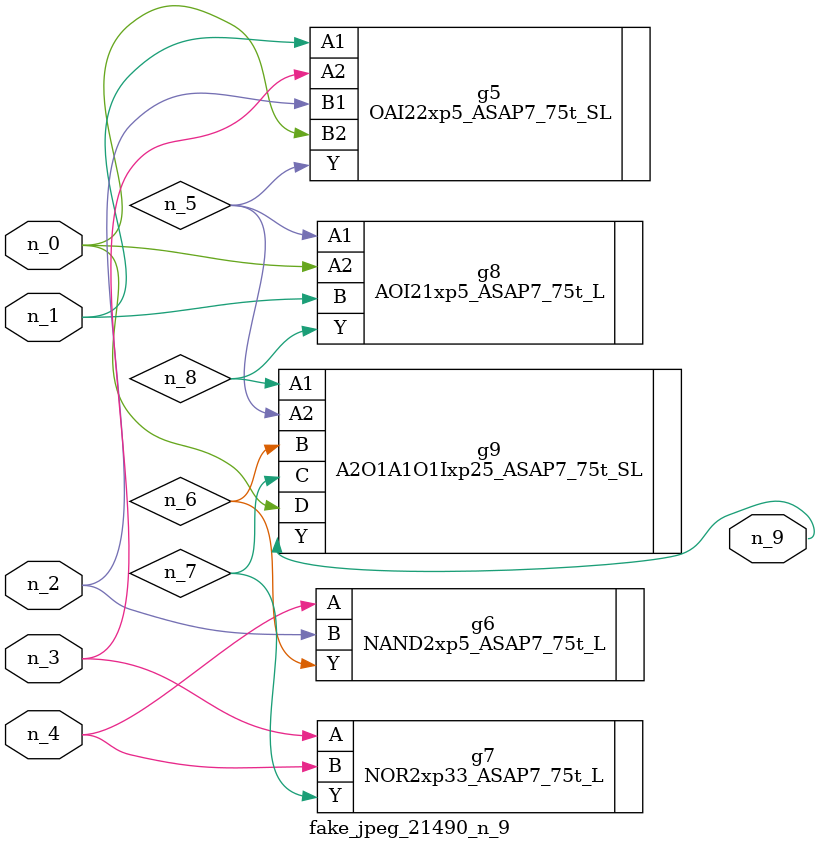
<source format=v>
module fake_jpeg_21490_n_9 (n_3, n_2, n_1, n_0, n_4, n_9);

input n_3;
input n_2;
input n_1;
input n_0;
input n_4;

output n_9;

wire n_8;
wire n_6;
wire n_5;
wire n_7;

OAI22xp5_ASAP7_75t_SL g5 ( 
.A1(n_1),
.A2(n_3),
.B1(n_2),
.B2(n_0),
.Y(n_5)
);

NAND2xp5_ASAP7_75t_L g6 ( 
.A(n_4),
.B(n_2),
.Y(n_6)
);

NOR2xp33_ASAP7_75t_L g7 ( 
.A(n_3),
.B(n_4),
.Y(n_7)
);

AOI21xp5_ASAP7_75t_L g8 ( 
.A1(n_5),
.A2(n_0),
.B(n_1),
.Y(n_8)
);

A2O1A1O1Ixp25_ASAP7_75t_SL g9 ( 
.A1(n_8),
.A2(n_5),
.B(n_6),
.C(n_7),
.D(n_0),
.Y(n_9)
);


endmodule
</source>
